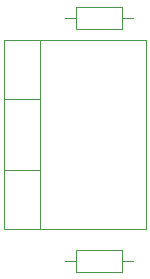
<source format=gbr>
%TF.GenerationSoftware,KiCad,Pcbnew,7.0.9*%
%TF.CreationDate,2024-01-10T19:06:40-08:00*%
%TF.ProjectId,CANswitch,43414e73-7769-4746-9368-2e6b69636164,rev?*%
%TF.SameCoordinates,Original*%
%TF.FileFunction,Legend,Top*%
%TF.FilePolarity,Positive*%
%FSLAX46Y46*%
G04 Gerber Fmt 4.6, Leading zero omitted, Abs format (unit mm)*
G04 Created by KiCad (PCBNEW 7.0.9) date 2024-01-10 19:06:40*
%MOMM*%
%LPD*%
G01*
G04 APERTURE LIST*
%ADD10C,0.120000*%
%ADD11C,0.100000*%
G04 APERTURE END LIST*
D10*
%TO.C,R2*%
X194640000Y-58674000D02*
X193690000Y-58674000D01*
X193690000Y-59594000D02*
X193690000Y-57754000D01*
X193690000Y-57754000D02*
X189850000Y-57754000D01*
X189850000Y-59594000D02*
X193690000Y-59594000D01*
X189850000Y-57754000D02*
X189850000Y-59594000D01*
X188900000Y-58674000D02*
X189850000Y-58674000D01*
D11*
%TO.C,SW1*%
X186738000Y-39990000D02*
X186738000Y-55990000D01*
X195738000Y-39990000D02*
X183738000Y-39990000D01*
X183738000Y-39990000D02*
X183738000Y-55990000D01*
X183738000Y-55990000D02*
X195738000Y-55990000D01*
X195738000Y-55990000D02*
X195738000Y-39990000D01*
X186738000Y-44990000D02*
X183738000Y-44990000D01*
X183738000Y-44990000D02*
X183738000Y-50990000D01*
X183738000Y-50990000D02*
X186738000Y-50990000D01*
X186738000Y-50990000D02*
X186738000Y-44990000D01*
D10*
%TO.C,R1*%
X194640000Y-38100000D02*
X193690000Y-38100000D01*
X193690000Y-39020000D02*
X193690000Y-37180000D01*
X193690000Y-37180000D02*
X189850000Y-37180000D01*
X189850000Y-39020000D02*
X193690000Y-39020000D01*
X189850000Y-37180000D02*
X189850000Y-39020000D01*
X188900000Y-38100000D02*
X189850000Y-38100000D01*
%TD*%
M02*

</source>
